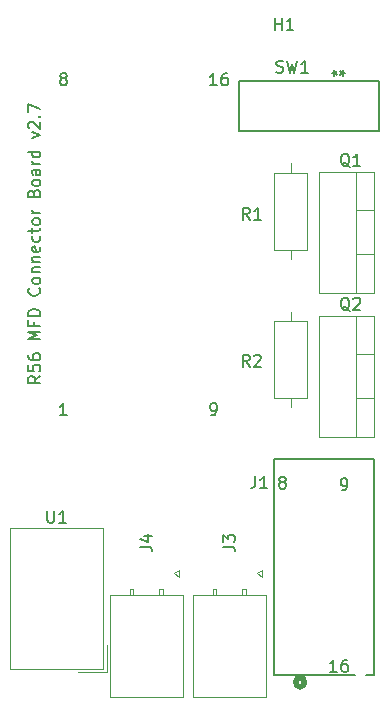
<source format=gbr>
%TF.GenerationSoftware,KiCad,Pcbnew,8.0.7*%
%TF.CreationDate,2025-07-29T20:25:38-07:00*%
%TF.ProjectId,V2.7-Connector-board,56322e37-2d43-46f6-9e6e-6563746f722d,rev?*%
%TF.SameCoordinates,Original*%
%TF.FileFunction,Legend,Top*%
%TF.FilePolarity,Positive*%
%FSLAX46Y46*%
G04 Gerber Fmt 4.6, Leading zero omitted, Abs format (unit mm)*
G04 Created by KiCad (PCBNEW 8.0.7) date 2025-07-29 20:25:38*
%MOMM*%
%LPD*%
G01*
G04 APERTURE LIST*
%ADD10C,0.150000*%
%ADD11C,0.120000*%
%ADD12C,0.152400*%
%ADD13C,0.508000*%
G04 APERTURE END LIST*
D10*
X119478588Y-61464819D02*
X118907160Y-61464819D01*
X119192874Y-61464819D02*
X119192874Y-60464819D01*
X119192874Y-60464819D02*
X119097636Y-60607676D01*
X119097636Y-60607676D02*
X119002398Y-60702914D01*
X119002398Y-60702914D02*
X118907160Y-60750533D01*
X132178588Y-33524819D02*
X131607160Y-33524819D01*
X131892874Y-33524819D02*
X131892874Y-32524819D01*
X131892874Y-32524819D02*
X131797636Y-32667676D01*
X131797636Y-32667676D02*
X131702398Y-32762914D01*
X131702398Y-32762914D02*
X131607160Y-32810533D01*
X133035731Y-32524819D02*
X132845255Y-32524819D01*
X132845255Y-32524819D02*
X132750017Y-32572438D01*
X132750017Y-32572438D02*
X132702398Y-32620057D01*
X132702398Y-32620057D02*
X132607160Y-32762914D01*
X132607160Y-32762914D02*
X132559541Y-32953390D01*
X132559541Y-32953390D02*
X132559541Y-33334342D01*
X132559541Y-33334342D02*
X132607160Y-33429580D01*
X132607160Y-33429580D02*
X132654779Y-33477200D01*
X132654779Y-33477200D02*
X132750017Y-33524819D01*
X132750017Y-33524819D02*
X132940493Y-33524819D01*
X132940493Y-33524819D02*
X133035731Y-33477200D01*
X133035731Y-33477200D02*
X133083350Y-33429580D01*
X133083350Y-33429580D02*
X133130969Y-33334342D01*
X133130969Y-33334342D02*
X133130969Y-33096247D01*
X133130969Y-33096247D02*
X133083350Y-33001009D01*
X133083350Y-33001009D02*
X133035731Y-32953390D01*
X133035731Y-32953390D02*
X132940493Y-32905771D01*
X132940493Y-32905771D02*
X132750017Y-32905771D01*
X132750017Y-32905771D02*
X132654779Y-32953390D01*
X132654779Y-32953390D02*
X132607160Y-33001009D01*
X132607160Y-33001009D02*
X132559541Y-33096247D01*
X119097636Y-32953390D02*
X119002398Y-32905771D01*
X119002398Y-32905771D02*
X118954779Y-32858152D01*
X118954779Y-32858152D02*
X118907160Y-32762914D01*
X118907160Y-32762914D02*
X118907160Y-32715295D01*
X118907160Y-32715295D02*
X118954779Y-32620057D01*
X118954779Y-32620057D02*
X119002398Y-32572438D01*
X119002398Y-32572438D02*
X119097636Y-32524819D01*
X119097636Y-32524819D02*
X119288112Y-32524819D01*
X119288112Y-32524819D02*
X119383350Y-32572438D01*
X119383350Y-32572438D02*
X119430969Y-32620057D01*
X119430969Y-32620057D02*
X119478588Y-32715295D01*
X119478588Y-32715295D02*
X119478588Y-32762914D01*
X119478588Y-32762914D02*
X119430969Y-32858152D01*
X119430969Y-32858152D02*
X119383350Y-32905771D01*
X119383350Y-32905771D02*
X119288112Y-32953390D01*
X119288112Y-32953390D02*
X119097636Y-32953390D01*
X119097636Y-32953390D02*
X119002398Y-33001009D01*
X119002398Y-33001009D02*
X118954779Y-33048628D01*
X118954779Y-33048628D02*
X118907160Y-33143866D01*
X118907160Y-33143866D02*
X118907160Y-33334342D01*
X118907160Y-33334342D02*
X118954779Y-33429580D01*
X118954779Y-33429580D02*
X119002398Y-33477200D01*
X119002398Y-33477200D02*
X119097636Y-33524819D01*
X119097636Y-33524819D02*
X119288112Y-33524819D01*
X119288112Y-33524819D02*
X119383350Y-33477200D01*
X119383350Y-33477200D02*
X119430969Y-33429580D01*
X119430969Y-33429580D02*
X119478588Y-33334342D01*
X119478588Y-33334342D02*
X119478588Y-33143866D01*
X119478588Y-33143866D02*
X119430969Y-33048628D01*
X119430969Y-33048628D02*
X119383350Y-33001009D01*
X119383350Y-33001009D02*
X119288112Y-32953390D01*
X117217819Y-58146792D02*
X116741628Y-58480125D01*
X117217819Y-58718220D02*
X116217819Y-58718220D01*
X116217819Y-58718220D02*
X116217819Y-58337268D01*
X116217819Y-58337268D02*
X116265438Y-58242030D01*
X116265438Y-58242030D02*
X116313057Y-58194411D01*
X116313057Y-58194411D02*
X116408295Y-58146792D01*
X116408295Y-58146792D02*
X116551152Y-58146792D01*
X116551152Y-58146792D02*
X116646390Y-58194411D01*
X116646390Y-58194411D02*
X116694009Y-58242030D01*
X116694009Y-58242030D02*
X116741628Y-58337268D01*
X116741628Y-58337268D02*
X116741628Y-58718220D01*
X116217819Y-57242030D02*
X116217819Y-57718220D01*
X116217819Y-57718220D02*
X116694009Y-57765839D01*
X116694009Y-57765839D02*
X116646390Y-57718220D01*
X116646390Y-57718220D02*
X116598771Y-57622982D01*
X116598771Y-57622982D02*
X116598771Y-57384887D01*
X116598771Y-57384887D02*
X116646390Y-57289649D01*
X116646390Y-57289649D02*
X116694009Y-57242030D01*
X116694009Y-57242030D02*
X116789247Y-57194411D01*
X116789247Y-57194411D02*
X117027342Y-57194411D01*
X117027342Y-57194411D02*
X117122580Y-57242030D01*
X117122580Y-57242030D02*
X117170200Y-57289649D01*
X117170200Y-57289649D02*
X117217819Y-57384887D01*
X117217819Y-57384887D02*
X117217819Y-57622982D01*
X117217819Y-57622982D02*
X117170200Y-57718220D01*
X117170200Y-57718220D02*
X117122580Y-57765839D01*
X116217819Y-56337268D02*
X116217819Y-56527744D01*
X116217819Y-56527744D02*
X116265438Y-56622982D01*
X116265438Y-56622982D02*
X116313057Y-56670601D01*
X116313057Y-56670601D02*
X116455914Y-56765839D01*
X116455914Y-56765839D02*
X116646390Y-56813458D01*
X116646390Y-56813458D02*
X117027342Y-56813458D01*
X117027342Y-56813458D02*
X117122580Y-56765839D01*
X117122580Y-56765839D02*
X117170200Y-56718220D01*
X117170200Y-56718220D02*
X117217819Y-56622982D01*
X117217819Y-56622982D02*
X117217819Y-56432506D01*
X117217819Y-56432506D02*
X117170200Y-56337268D01*
X117170200Y-56337268D02*
X117122580Y-56289649D01*
X117122580Y-56289649D02*
X117027342Y-56242030D01*
X117027342Y-56242030D02*
X116789247Y-56242030D01*
X116789247Y-56242030D02*
X116694009Y-56289649D01*
X116694009Y-56289649D02*
X116646390Y-56337268D01*
X116646390Y-56337268D02*
X116598771Y-56432506D01*
X116598771Y-56432506D02*
X116598771Y-56622982D01*
X116598771Y-56622982D02*
X116646390Y-56718220D01*
X116646390Y-56718220D02*
X116694009Y-56765839D01*
X116694009Y-56765839D02*
X116789247Y-56813458D01*
X117217819Y-55051553D02*
X116217819Y-55051553D01*
X116217819Y-55051553D02*
X116932104Y-54718220D01*
X116932104Y-54718220D02*
X116217819Y-54384887D01*
X116217819Y-54384887D02*
X117217819Y-54384887D01*
X116694009Y-53575363D02*
X116694009Y-53908696D01*
X117217819Y-53908696D02*
X116217819Y-53908696D01*
X116217819Y-53908696D02*
X116217819Y-53432506D01*
X117217819Y-53051553D02*
X116217819Y-53051553D01*
X116217819Y-53051553D02*
X116217819Y-52813458D01*
X116217819Y-52813458D02*
X116265438Y-52670601D01*
X116265438Y-52670601D02*
X116360676Y-52575363D01*
X116360676Y-52575363D02*
X116455914Y-52527744D01*
X116455914Y-52527744D02*
X116646390Y-52480125D01*
X116646390Y-52480125D02*
X116789247Y-52480125D01*
X116789247Y-52480125D02*
X116979723Y-52527744D01*
X116979723Y-52527744D02*
X117074961Y-52575363D01*
X117074961Y-52575363D02*
X117170200Y-52670601D01*
X117170200Y-52670601D02*
X117217819Y-52813458D01*
X117217819Y-52813458D02*
X117217819Y-53051553D01*
X117122580Y-50718220D02*
X117170200Y-50765839D01*
X117170200Y-50765839D02*
X117217819Y-50908696D01*
X117217819Y-50908696D02*
X117217819Y-51003934D01*
X117217819Y-51003934D02*
X117170200Y-51146791D01*
X117170200Y-51146791D02*
X117074961Y-51242029D01*
X117074961Y-51242029D02*
X116979723Y-51289648D01*
X116979723Y-51289648D02*
X116789247Y-51337267D01*
X116789247Y-51337267D02*
X116646390Y-51337267D01*
X116646390Y-51337267D02*
X116455914Y-51289648D01*
X116455914Y-51289648D02*
X116360676Y-51242029D01*
X116360676Y-51242029D02*
X116265438Y-51146791D01*
X116265438Y-51146791D02*
X116217819Y-51003934D01*
X116217819Y-51003934D02*
X116217819Y-50908696D01*
X116217819Y-50908696D02*
X116265438Y-50765839D01*
X116265438Y-50765839D02*
X116313057Y-50718220D01*
X117217819Y-50146791D02*
X117170200Y-50242029D01*
X117170200Y-50242029D02*
X117122580Y-50289648D01*
X117122580Y-50289648D02*
X117027342Y-50337267D01*
X117027342Y-50337267D02*
X116741628Y-50337267D01*
X116741628Y-50337267D02*
X116646390Y-50289648D01*
X116646390Y-50289648D02*
X116598771Y-50242029D01*
X116598771Y-50242029D02*
X116551152Y-50146791D01*
X116551152Y-50146791D02*
X116551152Y-50003934D01*
X116551152Y-50003934D02*
X116598771Y-49908696D01*
X116598771Y-49908696D02*
X116646390Y-49861077D01*
X116646390Y-49861077D02*
X116741628Y-49813458D01*
X116741628Y-49813458D02*
X117027342Y-49813458D01*
X117027342Y-49813458D02*
X117122580Y-49861077D01*
X117122580Y-49861077D02*
X117170200Y-49908696D01*
X117170200Y-49908696D02*
X117217819Y-50003934D01*
X117217819Y-50003934D02*
X117217819Y-50146791D01*
X116551152Y-49384886D02*
X117217819Y-49384886D01*
X116646390Y-49384886D02*
X116598771Y-49337267D01*
X116598771Y-49337267D02*
X116551152Y-49242029D01*
X116551152Y-49242029D02*
X116551152Y-49099172D01*
X116551152Y-49099172D02*
X116598771Y-49003934D01*
X116598771Y-49003934D02*
X116694009Y-48956315D01*
X116694009Y-48956315D02*
X117217819Y-48956315D01*
X116551152Y-48480124D02*
X117217819Y-48480124D01*
X116646390Y-48480124D02*
X116598771Y-48432505D01*
X116598771Y-48432505D02*
X116551152Y-48337267D01*
X116551152Y-48337267D02*
X116551152Y-48194410D01*
X116551152Y-48194410D02*
X116598771Y-48099172D01*
X116598771Y-48099172D02*
X116694009Y-48051553D01*
X116694009Y-48051553D02*
X117217819Y-48051553D01*
X117170200Y-47194410D02*
X117217819Y-47289648D01*
X117217819Y-47289648D02*
X117217819Y-47480124D01*
X117217819Y-47480124D02*
X117170200Y-47575362D01*
X117170200Y-47575362D02*
X117074961Y-47622981D01*
X117074961Y-47622981D02*
X116694009Y-47622981D01*
X116694009Y-47622981D02*
X116598771Y-47575362D01*
X116598771Y-47575362D02*
X116551152Y-47480124D01*
X116551152Y-47480124D02*
X116551152Y-47289648D01*
X116551152Y-47289648D02*
X116598771Y-47194410D01*
X116598771Y-47194410D02*
X116694009Y-47146791D01*
X116694009Y-47146791D02*
X116789247Y-47146791D01*
X116789247Y-47146791D02*
X116884485Y-47622981D01*
X117170200Y-46289648D02*
X117217819Y-46384886D01*
X117217819Y-46384886D02*
X117217819Y-46575362D01*
X117217819Y-46575362D02*
X117170200Y-46670600D01*
X117170200Y-46670600D02*
X117122580Y-46718219D01*
X117122580Y-46718219D02*
X117027342Y-46765838D01*
X117027342Y-46765838D02*
X116741628Y-46765838D01*
X116741628Y-46765838D02*
X116646390Y-46718219D01*
X116646390Y-46718219D02*
X116598771Y-46670600D01*
X116598771Y-46670600D02*
X116551152Y-46575362D01*
X116551152Y-46575362D02*
X116551152Y-46384886D01*
X116551152Y-46384886D02*
X116598771Y-46289648D01*
X116551152Y-46003933D02*
X116551152Y-45622981D01*
X116217819Y-45861076D02*
X117074961Y-45861076D01*
X117074961Y-45861076D02*
X117170200Y-45813457D01*
X117170200Y-45813457D02*
X117217819Y-45718219D01*
X117217819Y-45718219D02*
X117217819Y-45622981D01*
X117217819Y-45146790D02*
X117170200Y-45242028D01*
X117170200Y-45242028D02*
X117122580Y-45289647D01*
X117122580Y-45289647D02*
X117027342Y-45337266D01*
X117027342Y-45337266D02*
X116741628Y-45337266D01*
X116741628Y-45337266D02*
X116646390Y-45289647D01*
X116646390Y-45289647D02*
X116598771Y-45242028D01*
X116598771Y-45242028D02*
X116551152Y-45146790D01*
X116551152Y-45146790D02*
X116551152Y-45003933D01*
X116551152Y-45003933D02*
X116598771Y-44908695D01*
X116598771Y-44908695D02*
X116646390Y-44861076D01*
X116646390Y-44861076D02*
X116741628Y-44813457D01*
X116741628Y-44813457D02*
X117027342Y-44813457D01*
X117027342Y-44813457D02*
X117122580Y-44861076D01*
X117122580Y-44861076D02*
X117170200Y-44908695D01*
X117170200Y-44908695D02*
X117217819Y-45003933D01*
X117217819Y-45003933D02*
X117217819Y-45146790D01*
X117217819Y-44384885D02*
X116551152Y-44384885D01*
X116741628Y-44384885D02*
X116646390Y-44337266D01*
X116646390Y-44337266D02*
X116598771Y-44289647D01*
X116598771Y-44289647D02*
X116551152Y-44194409D01*
X116551152Y-44194409D02*
X116551152Y-44099171D01*
X116694009Y-42670599D02*
X116741628Y-42527742D01*
X116741628Y-42527742D02*
X116789247Y-42480123D01*
X116789247Y-42480123D02*
X116884485Y-42432504D01*
X116884485Y-42432504D02*
X117027342Y-42432504D01*
X117027342Y-42432504D02*
X117122580Y-42480123D01*
X117122580Y-42480123D02*
X117170200Y-42527742D01*
X117170200Y-42527742D02*
X117217819Y-42622980D01*
X117217819Y-42622980D02*
X117217819Y-43003932D01*
X117217819Y-43003932D02*
X116217819Y-43003932D01*
X116217819Y-43003932D02*
X116217819Y-42670599D01*
X116217819Y-42670599D02*
X116265438Y-42575361D01*
X116265438Y-42575361D02*
X116313057Y-42527742D01*
X116313057Y-42527742D02*
X116408295Y-42480123D01*
X116408295Y-42480123D02*
X116503533Y-42480123D01*
X116503533Y-42480123D02*
X116598771Y-42527742D01*
X116598771Y-42527742D02*
X116646390Y-42575361D01*
X116646390Y-42575361D02*
X116694009Y-42670599D01*
X116694009Y-42670599D02*
X116694009Y-43003932D01*
X117217819Y-41861075D02*
X117170200Y-41956313D01*
X117170200Y-41956313D02*
X117122580Y-42003932D01*
X117122580Y-42003932D02*
X117027342Y-42051551D01*
X117027342Y-42051551D02*
X116741628Y-42051551D01*
X116741628Y-42051551D02*
X116646390Y-42003932D01*
X116646390Y-42003932D02*
X116598771Y-41956313D01*
X116598771Y-41956313D02*
X116551152Y-41861075D01*
X116551152Y-41861075D02*
X116551152Y-41718218D01*
X116551152Y-41718218D02*
X116598771Y-41622980D01*
X116598771Y-41622980D02*
X116646390Y-41575361D01*
X116646390Y-41575361D02*
X116741628Y-41527742D01*
X116741628Y-41527742D02*
X117027342Y-41527742D01*
X117027342Y-41527742D02*
X117122580Y-41575361D01*
X117122580Y-41575361D02*
X117170200Y-41622980D01*
X117170200Y-41622980D02*
X117217819Y-41718218D01*
X117217819Y-41718218D02*
X117217819Y-41861075D01*
X117217819Y-40670599D02*
X116694009Y-40670599D01*
X116694009Y-40670599D02*
X116598771Y-40718218D01*
X116598771Y-40718218D02*
X116551152Y-40813456D01*
X116551152Y-40813456D02*
X116551152Y-41003932D01*
X116551152Y-41003932D02*
X116598771Y-41099170D01*
X117170200Y-40670599D02*
X117217819Y-40765837D01*
X117217819Y-40765837D02*
X117217819Y-41003932D01*
X117217819Y-41003932D02*
X117170200Y-41099170D01*
X117170200Y-41099170D02*
X117074961Y-41146789D01*
X117074961Y-41146789D02*
X116979723Y-41146789D01*
X116979723Y-41146789D02*
X116884485Y-41099170D01*
X116884485Y-41099170D02*
X116836866Y-41003932D01*
X116836866Y-41003932D02*
X116836866Y-40765837D01*
X116836866Y-40765837D02*
X116789247Y-40670599D01*
X117217819Y-40194408D02*
X116551152Y-40194408D01*
X116741628Y-40194408D02*
X116646390Y-40146789D01*
X116646390Y-40146789D02*
X116598771Y-40099170D01*
X116598771Y-40099170D02*
X116551152Y-40003932D01*
X116551152Y-40003932D02*
X116551152Y-39908694D01*
X117217819Y-39146789D02*
X116217819Y-39146789D01*
X117170200Y-39146789D02*
X117217819Y-39242027D01*
X117217819Y-39242027D02*
X117217819Y-39432503D01*
X117217819Y-39432503D02*
X117170200Y-39527741D01*
X117170200Y-39527741D02*
X117122580Y-39575360D01*
X117122580Y-39575360D02*
X117027342Y-39622979D01*
X117027342Y-39622979D02*
X116741628Y-39622979D01*
X116741628Y-39622979D02*
X116646390Y-39575360D01*
X116646390Y-39575360D02*
X116598771Y-39527741D01*
X116598771Y-39527741D02*
X116551152Y-39432503D01*
X116551152Y-39432503D02*
X116551152Y-39242027D01*
X116551152Y-39242027D02*
X116598771Y-39146789D01*
X116551152Y-38003931D02*
X117217819Y-37765836D01*
X117217819Y-37765836D02*
X116551152Y-37527741D01*
X116313057Y-37194407D02*
X116265438Y-37146788D01*
X116265438Y-37146788D02*
X116217819Y-37051550D01*
X116217819Y-37051550D02*
X116217819Y-36813455D01*
X116217819Y-36813455D02*
X116265438Y-36718217D01*
X116265438Y-36718217D02*
X116313057Y-36670598D01*
X116313057Y-36670598D02*
X116408295Y-36622979D01*
X116408295Y-36622979D02*
X116503533Y-36622979D01*
X116503533Y-36622979D02*
X116646390Y-36670598D01*
X116646390Y-36670598D02*
X117217819Y-37242026D01*
X117217819Y-37242026D02*
X117217819Y-36622979D01*
X117122580Y-36194407D02*
X117170200Y-36146788D01*
X117170200Y-36146788D02*
X117217819Y-36194407D01*
X117217819Y-36194407D02*
X117170200Y-36242026D01*
X117170200Y-36242026D02*
X117122580Y-36194407D01*
X117122580Y-36194407D02*
X117217819Y-36194407D01*
X116217819Y-35813455D02*
X116217819Y-35146789D01*
X116217819Y-35146789D02*
X117217819Y-35575360D01*
X142338588Y-83181819D02*
X141767160Y-83181819D01*
X142052874Y-83181819D02*
X142052874Y-82181819D01*
X142052874Y-82181819D02*
X141957636Y-82324676D01*
X141957636Y-82324676D02*
X141862398Y-82419914D01*
X141862398Y-82419914D02*
X141767160Y-82467533D01*
X143195731Y-82181819D02*
X143005255Y-82181819D01*
X143005255Y-82181819D02*
X142910017Y-82229438D01*
X142910017Y-82229438D02*
X142862398Y-82277057D01*
X142862398Y-82277057D02*
X142767160Y-82419914D01*
X142767160Y-82419914D02*
X142719541Y-82610390D01*
X142719541Y-82610390D02*
X142719541Y-82991342D01*
X142719541Y-82991342D02*
X142767160Y-83086580D01*
X142767160Y-83086580D02*
X142814779Y-83134200D01*
X142814779Y-83134200D02*
X142910017Y-83181819D01*
X142910017Y-83181819D02*
X143100493Y-83181819D01*
X143100493Y-83181819D02*
X143195731Y-83134200D01*
X143195731Y-83134200D02*
X143243350Y-83086580D01*
X143243350Y-83086580D02*
X143290969Y-82991342D01*
X143290969Y-82991342D02*
X143290969Y-82753247D01*
X143290969Y-82753247D02*
X143243350Y-82658009D01*
X143243350Y-82658009D02*
X143195731Y-82610390D01*
X143195731Y-82610390D02*
X143100493Y-82562771D01*
X143100493Y-82562771D02*
X142910017Y-82562771D01*
X142910017Y-82562771D02*
X142814779Y-82610390D01*
X142814779Y-82610390D02*
X142767160Y-82658009D01*
X142767160Y-82658009D02*
X142719541Y-82753247D01*
X131702398Y-61464819D02*
X131892874Y-61464819D01*
X131892874Y-61464819D02*
X131988112Y-61417200D01*
X131988112Y-61417200D02*
X132035731Y-61369580D01*
X132035731Y-61369580D02*
X132130969Y-61226723D01*
X132130969Y-61226723D02*
X132178588Y-61036247D01*
X132178588Y-61036247D02*
X132178588Y-60655295D01*
X132178588Y-60655295D02*
X132130969Y-60560057D01*
X132130969Y-60560057D02*
X132083350Y-60512438D01*
X132083350Y-60512438D02*
X131988112Y-60464819D01*
X131988112Y-60464819D02*
X131797636Y-60464819D01*
X131797636Y-60464819D02*
X131702398Y-60512438D01*
X131702398Y-60512438D02*
X131654779Y-60560057D01*
X131654779Y-60560057D02*
X131607160Y-60655295D01*
X131607160Y-60655295D02*
X131607160Y-60893390D01*
X131607160Y-60893390D02*
X131654779Y-60988628D01*
X131654779Y-60988628D02*
X131702398Y-61036247D01*
X131702398Y-61036247D02*
X131797636Y-61083866D01*
X131797636Y-61083866D02*
X131988112Y-61083866D01*
X131988112Y-61083866D02*
X132083350Y-61036247D01*
X132083350Y-61036247D02*
X132130969Y-60988628D01*
X132130969Y-60988628D02*
X132178588Y-60893390D01*
X142751398Y-67814819D02*
X142941874Y-67814819D01*
X142941874Y-67814819D02*
X143037112Y-67767200D01*
X143037112Y-67767200D02*
X143084731Y-67719580D01*
X143084731Y-67719580D02*
X143179969Y-67576723D01*
X143179969Y-67576723D02*
X143227588Y-67386247D01*
X143227588Y-67386247D02*
X143227588Y-67005295D01*
X143227588Y-67005295D02*
X143179969Y-66910057D01*
X143179969Y-66910057D02*
X143132350Y-66862438D01*
X143132350Y-66862438D02*
X143037112Y-66814819D01*
X143037112Y-66814819D02*
X142846636Y-66814819D01*
X142846636Y-66814819D02*
X142751398Y-66862438D01*
X142751398Y-66862438D02*
X142703779Y-66910057D01*
X142703779Y-66910057D02*
X142656160Y-67005295D01*
X142656160Y-67005295D02*
X142656160Y-67243390D01*
X142656160Y-67243390D02*
X142703779Y-67338628D01*
X142703779Y-67338628D02*
X142751398Y-67386247D01*
X142751398Y-67386247D02*
X142846636Y-67433866D01*
X142846636Y-67433866D02*
X143037112Y-67433866D01*
X143037112Y-67433866D02*
X143132350Y-67386247D01*
X143132350Y-67386247D02*
X143179969Y-67338628D01*
X143179969Y-67338628D02*
X143227588Y-67243390D01*
X137639636Y-67116390D02*
X137544398Y-67068771D01*
X137544398Y-67068771D02*
X137496779Y-67021152D01*
X137496779Y-67021152D02*
X137449160Y-66925914D01*
X137449160Y-66925914D02*
X137449160Y-66878295D01*
X137449160Y-66878295D02*
X137496779Y-66783057D01*
X137496779Y-66783057D02*
X137544398Y-66735438D01*
X137544398Y-66735438D02*
X137639636Y-66687819D01*
X137639636Y-66687819D02*
X137830112Y-66687819D01*
X137830112Y-66687819D02*
X137925350Y-66735438D01*
X137925350Y-66735438D02*
X137972969Y-66783057D01*
X137972969Y-66783057D02*
X138020588Y-66878295D01*
X138020588Y-66878295D02*
X138020588Y-66925914D01*
X138020588Y-66925914D02*
X137972969Y-67021152D01*
X137972969Y-67021152D02*
X137925350Y-67068771D01*
X137925350Y-67068771D02*
X137830112Y-67116390D01*
X137830112Y-67116390D02*
X137639636Y-67116390D01*
X137639636Y-67116390D02*
X137544398Y-67164009D01*
X137544398Y-67164009D02*
X137496779Y-67211628D01*
X137496779Y-67211628D02*
X137449160Y-67306866D01*
X137449160Y-67306866D02*
X137449160Y-67497342D01*
X137449160Y-67497342D02*
X137496779Y-67592580D01*
X137496779Y-67592580D02*
X137544398Y-67640200D01*
X137544398Y-67640200D02*
X137639636Y-67687819D01*
X137639636Y-67687819D02*
X137830112Y-67687819D01*
X137830112Y-67687819D02*
X137925350Y-67640200D01*
X137925350Y-67640200D02*
X137972969Y-67592580D01*
X137972969Y-67592580D02*
X138020588Y-67497342D01*
X138020588Y-67497342D02*
X138020588Y-67306866D01*
X138020588Y-67306866D02*
X137972969Y-67211628D01*
X137972969Y-67211628D02*
X137925350Y-67164009D01*
X137925350Y-67164009D02*
X137830112Y-67116390D01*
X125692819Y-72596333D02*
X126407104Y-72596333D01*
X126407104Y-72596333D02*
X126549961Y-72643952D01*
X126549961Y-72643952D02*
X126645200Y-72739190D01*
X126645200Y-72739190D02*
X126692819Y-72882047D01*
X126692819Y-72882047D02*
X126692819Y-72977285D01*
X126026152Y-71691571D02*
X126692819Y-71691571D01*
X125645200Y-71929666D02*
X126359485Y-72167761D01*
X126359485Y-72167761D02*
X126359485Y-71548714D01*
X132717819Y-72596333D02*
X133432104Y-72596333D01*
X133432104Y-72596333D02*
X133574961Y-72643952D01*
X133574961Y-72643952D02*
X133670200Y-72739190D01*
X133670200Y-72739190D02*
X133717819Y-72882047D01*
X133717819Y-72882047D02*
X133717819Y-72977285D01*
X132717819Y-72215380D02*
X132717819Y-71596333D01*
X132717819Y-71596333D02*
X133098771Y-71929666D01*
X133098771Y-71929666D02*
X133098771Y-71786809D01*
X133098771Y-71786809D02*
X133146390Y-71691571D01*
X133146390Y-71691571D02*
X133194009Y-71643952D01*
X133194009Y-71643952D02*
X133289247Y-71596333D01*
X133289247Y-71596333D02*
X133527342Y-71596333D01*
X133527342Y-71596333D02*
X133622580Y-71643952D01*
X133622580Y-71643952D02*
X133670200Y-71691571D01*
X133670200Y-71691571D02*
X133717819Y-71786809D01*
X133717819Y-71786809D02*
X133717819Y-72072523D01*
X133717819Y-72072523D02*
X133670200Y-72167761D01*
X133670200Y-72167761D02*
X133622580Y-72215380D01*
X134961333Y-57350819D02*
X134628000Y-56874628D01*
X134389905Y-57350819D02*
X134389905Y-56350819D01*
X134389905Y-56350819D02*
X134770857Y-56350819D01*
X134770857Y-56350819D02*
X134866095Y-56398438D01*
X134866095Y-56398438D02*
X134913714Y-56446057D01*
X134913714Y-56446057D02*
X134961333Y-56541295D01*
X134961333Y-56541295D02*
X134961333Y-56684152D01*
X134961333Y-56684152D02*
X134913714Y-56779390D01*
X134913714Y-56779390D02*
X134866095Y-56827009D01*
X134866095Y-56827009D02*
X134770857Y-56874628D01*
X134770857Y-56874628D02*
X134389905Y-56874628D01*
X135342286Y-56446057D02*
X135389905Y-56398438D01*
X135389905Y-56398438D02*
X135485143Y-56350819D01*
X135485143Y-56350819D02*
X135723238Y-56350819D01*
X135723238Y-56350819D02*
X135818476Y-56398438D01*
X135818476Y-56398438D02*
X135866095Y-56446057D01*
X135866095Y-56446057D02*
X135913714Y-56541295D01*
X135913714Y-56541295D02*
X135913714Y-56636533D01*
X135913714Y-56636533D02*
X135866095Y-56779390D01*
X135866095Y-56779390D02*
X135294667Y-57350819D01*
X135294667Y-57350819D02*
X135913714Y-57350819D01*
X137223667Y-32411200D02*
X137366524Y-32458819D01*
X137366524Y-32458819D02*
X137604619Y-32458819D01*
X137604619Y-32458819D02*
X137699857Y-32411200D01*
X137699857Y-32411200D02*
X137747476Y-32363580D01*
X137747476Y-32363580D02*
X137795095Y-32268342D01*
X137795095Y-32268342D02*
X137795095Y-32173104D01*
X137795095Y-32173104D02*
X137747476Y-32077866D01*
X137747476Y-32077866D02*
X137699857Y-32030247D01*
X137699857Y-32030247D02*
X137604619Y-31982628D01*
X137604619Y-31982628D02*
X137414143Y-31935009D01*
X137414143Y-31935009D02*
X137318905Y-31887390D01*
X137318905Y-31887390D02*
X137271286Y-31839771D01*
X137271286Y-31839771D02*
X137223667Y-31744533D01*
X137223667Y-31744533D02*
X137223667Y-31649295D01*
X137223667Y-31649295D02*
X137271286Y-31554057D01*
X137271286Y-31554057D02*
X137318905Y-31506438D01*
X137318905Y-31506438D02*
X137414143Y-31458819D01*
X137414143Y-31458819D02*
X137652238Y-31458819D01*
X137652238Y-31458819D02*
X137795095Y-31506438D01*
X138128429Y-31458819D02*
X138366524Y-32458819D01*
X138366524Y-32458819D02*
X138557000Y-31744533D01*
X138557000Y-31744533D02*
X138747476Y-32458819D01*
X138747476Y-32458819D02*
X138985572Y-31458819D01*
X139890333Y-32458819D02*
X139318905Y-32458819D01*
X139604619Y-32458819D02*
X139604619Y-31458819D01*
X139604619Y-31458819D02*
X139509381Y-31601676D01*
X139509381Y-31601676D02*
X139414143Y-31696914D01*
X139414143Y-31696914D02*
X139318905Y-31744533D01*
X141948819Y-32511999D02*
X142186914Y-32511999D01*
X142091676Y-32750094D02*
X142186914Y-32511999D01*
X142186914Y-32511999D02*
X142091676Y-32273904D01*
X142377390Y-32654856D02*
X142186914Y-32511999D01*
X142186914Y-32511999D02*
X142377390Y-32369142D01*
X143039180Y-32512000D02*
X142801085Y-32512000D01*
X142896323Y-32273905D02*
X142801085Y-32512000D01*
X142801085Y-32512000D02*
X142896323Y-32750095D01*
X142610609Y-32369143D02*
X142801085Y-32512000D01*
X142801085Y-32512000D02*
X142610609Y-32654857D01*
X135429666Y-66637819D02*
X135429666Y-67352104D01*
X135429666Y-67352104D02*
X135382047Y-67494961D01*
X135382047Y-67494961D02*
X135286809Y-67590200D01*
X135286809Y-67590200D02*
X135143952Y-67637819D01*
X135143952Y-67637819D02*
X135048714Y-67637819D01*
X136429666Y-67637819D02*
X135858238Y-67637819D01*
X136143952Y-67637819D02*
X136143952Y-66637819D01*
X136143952Y-66637819D02*
X136048714Y-66780676D01*
X136048714Y-66780676D02*
X135953476Y-66875914D01*
X135953476Y-66875914D02*
X135858238Y-66923533D01*
X117829095Y-69558819D02*
X117829095Y-70368342D01*
X117829095Y-70368342D02*
X117876714Y-70463580D01*
X117876714Y-70463580D02*
X117924333Y-70511200D01*
X117924333Y-70511200D02*
X118019571Y-70558819D01*
X118019571Y-70558819D02*
X118210047Y-70558819D01*
X118210047Y-70558819D02*
X118305285Y-70511200D01*
X118305285Y-70511200D02*
X118352904Y-70463580D01*
X118352904Y-70463580D02*
X118400523Y-70368342D01*
X118400523Y-70368342D02*
X118400523Y-69558819D01*
X119400523Y-70558819D02*
X118829095Y-70558819D01*
X119114809Y-70558819D02*
X119114809Y-69558819D01*
X119114809Y-69558819D02*
X119019571Y-69701676D01*
X119019571Y-69701676D02*
X118924333Y-69796914D01*
X118924333Y-69796914D02*
X118829095Y-69844533D01*
X137093095Y-28842819D02*
X137093095Y-27842819D01*
X137093095Y-28319009D02*
X137664523Y-28319009D01*
X137664523Y-28842819D02*
X137664523Y-27842819D01*
X138664523Y-28842819D02*
X138093095Y-28842819D01*
X138378809Y-28842819D02*
X138378809Y-27842819D01*
X138378809Y-27842819D02*
X138283571Y-27985676D01*
X138283571Y-27985676D02*
X138188333Y-28080914D01*
X138188333Y-28080914D02*
X138093095Y-28128533D01*
X134961333Y-44904819D02*
X134628000Y-44428628D01*
X134389905Y-44904819D02*
X134389905Y-43904819D01*
X134389905Y-43904819D02*
X134770857Y-43904819D01*
X134770857Y-43904819D02*
X134866095Y-43952438D01*
X134866095Y-43952438D02*
X134913714Y-44000057D01*
X134913714Y-44000057D02*
X134961333Y-44095295D01*
X134961333Y-44095295D02*
X134961333Y-44238152D01*
X134961333Y-44238152D02*
X134913714Y-44333390D01*
X134913714Y-44333390D02*
X134866095Y-44381009D01*
X134866095Y-44381009D02*
X134770857Y-44428628D01*
X134770857Y-44428628D02*
X134389905Y-44428628D01*
X135913714Y-44904819D02*
X135342286Y-44904819D01*
X135628000Y-44904819D02*
X135628000Y-43904819D01*
X135628000Y-43904819D02*
X135532762Y-44047676D01*
X135532762Y-44047676D02*
X135437524Y-44142914D01*
X135437524Y-44142914D02*
X135342286Y-44190533D01*
X143414761Y-52620057D02*
X143319523Y-52572438D01*
X143319523Y-52572438D02*
X143224285Y-52477200D01*
X143224285Y-52477200D02*
X143081428Y-52334342D01*
X143081428Y-52334342D02*
X142986190Y-52286723D01*
X142986190Y-52286723D02*
X142890952Y-52286723D01*
X142938571Y-52524819D02*
X142843333Y-52477200D01*
X142843333Y-52477200D02*
X142748095Y-52381961D01*
X142748095Y-52381961D02*
X142700476Y-52191485D01*
X142700476Y-52191485D02*
X142700476Y-51858152D01*
X142700476Y-51858152D02*
X142748095Y-51667676D01*
X142748095Y-51667676D02*
X142843333Y-51572438D01*
X142843333Y-51572438D02*
X142938571Y-51524819D01*
X142938571Y-51524819D02*
X143129047Y-51524819D01*
X143129047Y-51524819D02*
X143224285Y-51572438D01*
X143224285Y-51572438D02*
X143319523Y-51667676D01*
X143319523Y-51667676D02*
X143367142Y-51858152D01*
X143367142Y-51858152D02*
X143367142Y-52191485D01*
X143367142Y-52191485D02*
X143319523Y-52381961D01*
X143319523Y-52381961D02*
X143224285Y-52477200D01*
X143224285Y-52477200D02*
X143129047Y-52524819D01*
X143129047Y-52524819D02*
X142938571Y-52524819D01*
X143748095Y-51620057D02*
X143795714Y-51572438D01*
X143795714Y-51572438D02*
X143890952Y-51524819D01*
X143890952Y-51524819D02*
X144129047Y-51524819D01*
X144129047Y-51524819D02*
X144224285Y-51572438D01*
X144224285Y-51572438D02*
X144271904Y-51620057D01*
X144271904Y-51620057D02*
X144319523Y-51715295D01*
X144319523Y-51715295D02*
X144319523Y-51810533D01*
X144319523Y-51810533D02*
X144271904Y-51953390D01*
X144271904Y-51953390D02*
X143700476Y-52524819D01*
X143700476Y-52524819D02*
X144319523Y-52524819D01*
X143414761Y-40428057D02*
X143319523Y-40380438D01*
X143319523Y-40380438D02*
X143224285Y-40285200D01*
X143224285Y-40285200D02*
X143081428Y-40142342D01*
X143081428Y-40142342D02*
X142986190Y-40094723D01*
X142986190Y-40094723D02*
X142890952Y-40094723D01*
X142938571Y-40332819D02*
X142843333Y-40285200D01*
X142843333Y-40285200D02*
X142748095Y-40189961D01*
X142748095Y-40189961D02*
X142700476Y-39999485D01*
X142700476Y-39999485D02*
X142700476Y-39666152D01*
X142700476Y-39666152D02*
X142748095Y-39475676D01*
X142748095Y-39475676D02*
X142843333Y-39380438D01*
X142843333Y-39380438D02*
X142938571Y-39332819D01*
X142938571Y-39332819D02*
X143129047Y-39332819D01*
X143129047Y-39332819D02*
X143224285Y-39380438D01*
X143224285Y-39380438D02*
X143319523Y-39475676D01*
X143319523Y-39475676D02*
X143367142Y-39666152D01*
X143367142Y-39666152D02*
X143367142Y-39999485D01*
X143367142Y-39999485D02*
X143319523Y-40189961D01*
X143319523Y-40189961D02*
X143224285Y-40285200D01*
X143224285Y-40285200D02*
X143129047Y-40332819D01*
X143129047Y-40332819D02*
X142938571Y-40332819D01*
X144319523Y-40332819D02*
X143748095Y-40332819D01*
X144033809Y-40332819D02*
X144033809Y-39332819D01*
X144033809Y-39332819D02*
X143938571Y-39475676D01*
X143938571Y-39475676D02*
X143843333Y-39570914D01*
X143843333Y-39570914D02*
X143748095Y-39618533D01*
D11*
%TO.C,J4*%
X129002264Y-74562000D02*
X128578000Y-74862000D01*
X128578000Y-74862000D02*
X129002264Y-75162000D01*
X129002264Y-75162000D02*
X129002264Y-74562000D01*
X127618000Y-76222000D02*
X127318000Y-76222000D01*
X127318000Y-76222000D02*
X127318000Y-76672000D01*
X125118000Y-76222000D02*
X124818000Y-76222000D01*
X124818000Y-76222000D02*
X124818000Y-76672000D01*
X129298000Y-76672000D02*
X123138000Y-76672000D01*
X127618000Y-76672000D02*
X127618000Y-76222000D01*
X127318000Y-76672000D02*
X127618000Y-76672000D01*
X125118000Y-76672000D02*
X125118000Y-76222000D01*
X124818000Y-76672000D02*
X125118000Y-76672000D01*
X123138000Y-76672000D02*
X123138000Y-85352000D01*
X129298000Y-85352000D02*
X129298000Y-76672000D01*
X123138000Y-85352000D02*
X129298000Y-85352000D01*
%TO.C,J3*%
X136027264Y-74562000D02*
X135603000Y-74862000D01*
X135603000Y-74862000D02*
X136027264Y-75162000D01*
X136027264Y-75162000D02*
X136027264Y-74562000D01*
X134643000Y-76222000D02*
X134343000Y-76222000D01*
X134343000Y-76222000D02*
X134343000Y-76672000D01*
X132143000Y-76222000D02*
X131843000Y-76222000D01*
X131843000Y-76222000D02*
X131843000Y-76672000D01*
X136323000Y-76672000D02*
X130163000Y-76672000D01*
X134643000Y-76672000D02*
X134643000Y-76222000D01*
X134343000Y-76672000D02*
X134643000Y-76672000D01*
X132143000Y-76672000D02*
X132143000Y-76222000D01*
X131843000Y-76672000D02*
X132143000Y-76672000D01*
X130163000Y-76672000D02*
X130163000Y-85352000D01*
X136323000Y-85352000D02*
X136323000Y-76672000D01*
X130163000Y-85352000D02*
X136323000Y-85352000D01*
%TO.C,R2*%
X137060000Y-53499000D02*
X137060000Y-60039000D01*
X137060000Y-60039000D02*
X139800000Y-60039000D01*
X138430000Y-52729000D02*
X138430000Y-53499000D01*
X138430000Y-60809000D02*
X138430000Y-60039000D01*
X139800000Y-53499000D02*
X137060000Y-53499000D01*
X139800000Y-60039000D02*
X139800000Y-53499000D01*
D12*
%TO.C,SW1*%
X145924900Y-37426900D02*
X145924900Y-33185100D01*
X145924900Y-33185100D02*
X134063100Y-33185100D01*
X134063100Y-37426900D02*
X145924900Y-37426900D01*
X134063100Y-33185100D02*
X134063100Y-37426900D01*
%TO.C,J1*%
X136997000Y-65178701D02*
X136997000Y-83441301D01*
X136997000Y-83441301D02*
X143881123Y-83441301D01*
X144766874Y-83441301D02*
X145455200Y-83441301D01*
X145455200Y-65178701D02*
X136997000Y-65178701D01*
X145455200Y-83441301D02*
X145455200Y-65178701D01*
D13*
X139604999Y-84076301D02*
G75*
G02*
X138842999Y-84076301I-381000J0D01*
G01*
X138842999Y-84076301D02*
G75*
G02*
X139604999Y-84076301I381000J0D01*
G01*
D11*
%TO.C,U1*%
X114666000Y-70982000D02*
X122516000Y-70982000D01*
X114666000Y-82922000D02*
X114666000Y-70982000D01*
X120396000Y-83252000D02*
X122846000Y-83252000D01*
X122516000Y-70982000D02*
X122516000Y-82922000D01*
X122516000Y-82922000D02*
X114666000Y-82922000D01*
X122846000Y-83252000D02*
X122846000Y-80922000D01*
%TO.C,R1*%
X137060000Y-40926000D02*
X137060000Y-47466000D01*
X137060000Y-47466000D02*
X139800000Y-47466000D01*
X138430000Y-40156000D02*
X138430000Y-40926000D01*
X138430000Y-48236000D02*
X138430000Y-47466000D01*
X139800000Y-40926000D02*
X137060000Y-40926000D01*
X139800000Y-47466000D02*
X139800000Y-40926000D01*
%TO.C,Q2*%
X140869000Y-53046000D02*
X140869000Y-63286000D01*
X144000000Y-53046000D02*
X144000000Y-63286000D01*
X145510000Y-53046000D02*
X140869000Y-53046000D01*
X145510000Y-53046000D02*
X145510000Y-63286000D01*
X145510000Y-56316000D02*
X144000000Y-56316000D01*
X145510000Y-60017000D02*
X144000000Y-60017000D01*
X145510000Y-63286000D02*
X140869000Y-63286000D01*
%TO.C,Q1*%
X140869000Y-40854000D02*
X140869000Y-51094000D01*
X144000000Y-40854000D02*
X144000000Y-51094000D01*
X145510000Y-40854000D02*
X140869000Y-40854000D01*
X145510000Y-40854000D02*
X145510000Y-51094000D01*
X145510000Y-44124000D02*
X144000000Y-44124000D01*
X145510000Y-47825000D02*
X144000000Y-47825000D01*
X145510000Y-51094000D02*
X140869000Y-51094000D01*
%TD*%
M02*

</source>
